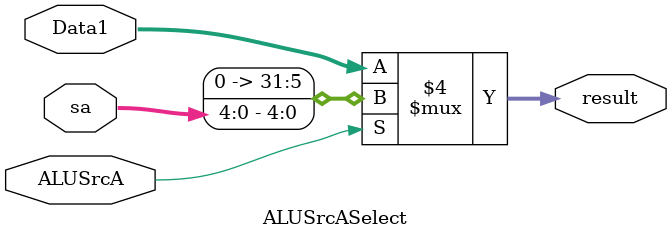
<source format=v>
`timescale 1ns / 1ps


module ALUSrcASelect(
    input [31:0]Data1,
    input [4:0]sa,
    input ALUSrcA,
    output reg[31:0]result
    );
    always@(Data1 or sa or ALUSrcA) begin
        if(ALUSrcA==0)
            result<=Data1;
        else
            result<={16'h000000,2'b000,sa};
    end
endmodule

</source>
